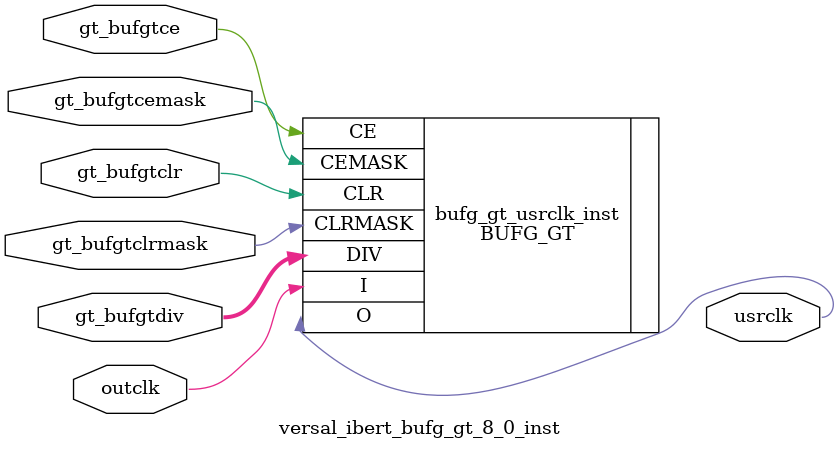
<source format=v>




`timescale 1ns / 1ps



module versal_ibert_bufg_gt_8_0_inst  (
    input outclk,
    input gt_bufgtce,
    input gt_bufgtcemask,
    input gt_bufgtclr,
    input gt_bufgtclrmask,
    input [2:0] gt_bufgtdiv,
    output usrclk
    );
     
      wire sync_ce;
      wire sync_clr;

      //BUFG_GT_SYNC sync_clr_ce (.CESYNC(sync_ce), .CLRSYNC(sync_clr), .CE(gt_bufgtce), .CLK(outclk), .CLR(gt_bufgtclr));
    //assign usrclk = outclk;
      BUFG_GT #(
        .SIM_DEVICE ("VERSAL_PREMIUM")
      ) bufg_gt_usrclk_inst (
        .CE      (gt_bufgtce),
        .CEMASK  (gt_bufgtcemask),
        .CLR     (gt_bufgtclr),
        .CLRMASK (gt_bufgtclrmask),
        .DIV     (gt_bufgtdiv),
        .I       (outclk),
        .O       (usrclk)
      );
endmodule
//------}

</source>
